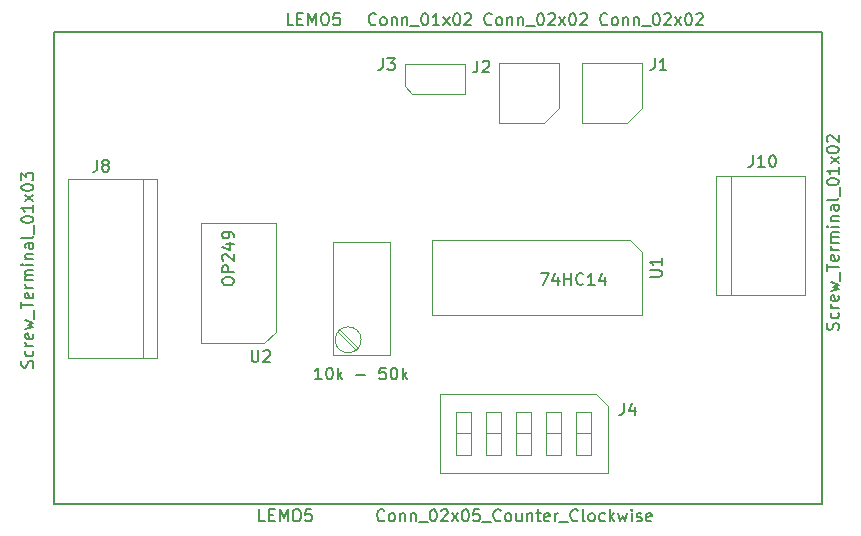
<source format=gbr>
G04 #@! TF.FileFunction,Other,Fab,Top*
%FSLAX46Y46*%
G04 Gerber Fmt 4.6, Leading zero omitted, Abs format (unit mm)*
G04 Created by KiCad (PCBNEW 4.0.7) date 03/28/18 11:52:59*
%MOMM*%
%LPD*%
G01*
G04 APERTURE LIST*
%ADD10C,0.100000*%
%ADD11C,0.200000*%
%ADD12C,0.150000*%
G04 APERTURE END LIST*
D10*
D11*
X137000000Y-87000000D02*
X137000000Y-47000000D01*
X202000000Y-87000000D02*
X137000000Y-87000000D01*
X202000000Y-47000000D02*
X202000000Y-87000000D01*
X137000000Y-47000000D02*
X202000000Y-47000000D01*
D10*
X163013000Y-73091000D02*
G75*
G03X163013000Y-73091000I-1095000J0D01*
G01*
X165478000Y-64831000D02*
X160648000Y-64831000D01*
X160648000Y-64831000D02*
X160648000Y-74361000D01*
X160648000Y-74361000D02*
X165478000Y-74361000D01*
X165478000Y-74361000D02*
X165478000Y-64831000D01*
X162614000Y-73922000D02*
X161087000Y-72395000D01*
X162748000Y-73788000D02*
X161221000Y-72261000D01*
X154829000Y-73406000D02*
X149479000Y-73406000D01*
X149479000Y-73406000D02*
X149479000Y-63246000D01*
X149479000Y-63246000D02*
X155829000Y-63246000D01*
X155829000Y-63246000D02*
X155829000Y-72406000D01*
X155829000Y-72406000D02*
X154829000Y-73406000D01*
X144536000Y-74606000D02*
X144536000Y-59506000D01*
X138236000Y-74606000D02*
X138236000Y-59506000D01*
X138236000Y-59506000D02*
X145736000Y-59506000D01*
X145736000Y-59506000D02*
X145736000Y-74606000D01*
X145736000Y-74606000D02*
X138236000Y-74606000D01*
X186817000Y-65643000D02*
X186817000Y-70993000D01*
X186817000Y-70993000D02*
X169037000Y-70993000D01*
X169037000Y-70993000D02*
X169037000Y-64643000D01*
X169037000Y-64643000D02*
X185817000Y-64643000D01*
X185817000Y-64643000D02*
X186817000Y-65643000D01*
X194300000Y-59312000D02*
X194300000Y-69212000D01*
X200600000Y-59262000D02*
X193100000Y-59262000D01*
X193100000Y-59262000D02*
X193100000Y-69262000D01*
X193100000Y-69262000D02*
X200600000Y-69262000D01*
X200600000Y-69262000D02*
X200600000Y-59262000D01*
X166730000Y-51635000D02*
X166730000Y-49730000D01*
X166730000Y-49730000D02*
X171810000Y-49730000D01*
X171810000Y-49730000D02*
X171810000Y-52270000D01*
X171810000Y-52270000D02*
X167365000Y-52270000D01*
X167365000Y-52270000D02*
X166730000Y-51635000D01*
X183914000Y-78686000D02*
X183914000Y-84366000D01*
X183914000Y-84366000D02*
X169654000Y-84366000D01*
X169654000Y-84366000D02*
X169654000Y-77686000D01*
X169654000Y-77686000D02*
X182914000Y-77686000D01*
X182914000Y-77686000D02*
X183914000Y-78686000D01*
X182499000Y-79216000D02*
X181229000Y-79216000D01*
X181229000Y-79216000D02*
X181229000Y-82836000D01*
X181229000Y-82836000D02*
X182499000Y-82836000D01*
X182499000Y-82836000D02*
X182499000Y-79216000D01*
X182499000Y-81026000D02*
X181229000Y-81026000D01*
X179959000Y-79216000D02*
X178689000Y-79216000D01*
X178689000Y-79216000D02*
X178689000Y-82836000D01*
X178689000Y-82836000D02*
X179959000Y-82836000D01*
X179959000Y-82836000D02*
X179959000Y-79216000D01*
X179959000Y-81026000D02*
X178689000Y-81026000D01*
X177419000Y-79216000D02*
X176149000Y-79216000D01*
X176149000Y-79216000D02*
X176149000Y-82836000D01*
X176149000Y-82836000D02*
X177419000Y-82836000D01*
X177419000Y-82836000D02*
X177419000Y-79216000D01*
X177419000Y-81026000D02*
X176149000Y-81026000D01*
X174879000Y-79216000D02*
X173609000Y-79216000D01*
X173609000Y-79216000D02*
X173609000Y-82836000D01*
X173609000Y-82836000D02*
X174879000Y-82836000D01*
X174879000Y-82836000D02*
X174879000Y-79216000D01*
X174879000Y-81026000D02*
X173609000Y-81026000D01*
X172339000Y-79216000D02*
X171069000Y-79216000D01*
X171069000Y-79216000D02*
X171069000Y-82836000D01*
X171069000Y-82836000D02*
X172339000Y-82836000D01*
X172339000Y-82836000D02*
X172339000Y-79216000D01*
X172339000Y-81026000D02*
X171069000Y-81026000D01*
X185500000Y-54770000D02*
X181690000Y-54770000D01*
X181690000Y-54770000D02*
X181690000Y-49690000D01*
X181690000Y-49690000D02*
X186770000Y-49690000D01*
X186770000Y-49690000D02*
X186770000Y-53500000D01*
X186770000Y-53500000D02*
X185500000Y-54770000D01*
X178500000Y-54770000D02*
X174690000Y-54770000D01*
X174690000Y-54770000D02*
X174690000Y-49690000D01*
X174690000Y-49690000D02*
X179770000Y-49690000D01*
X179770000Y-49690000D02*
X179770000Y-53500000D01*
X179770000Y-53500000D02*
X178500000Y-54770000D01*
D12*
X159666667Y-76452381D02*
X159095238Y-76452381D01*
X159380952Y-76452381D02*
X159380952Y-75452381D01*
X159285714Y-75595238D01*
X159190476Y-75690476D01*
X159095238Y-75738095D01*
X160285714Y-75452381D02*
X160380953Y-75452381D01*
X160476191Y-75500000D01*
X160523810Y-75547619D01*
X160571429Y-75642857D01*
X160619048Y-75833333D01*
X160619048Y-76071429D01*
X160571429Y-76261905D01*
X160523810Y-76357143D01*
X160476191Y-76404762D01*
X160380953Y-76452381D01*
X160285714Y-76452381D01*
X160190476Y-76404762D01*
X160142857Y-76357143D01*
X160095238Y-76261905D01*
X160047619Y-76071429D01*
X160047619Y-75833333D01*
X160095238Y-75642857D01*
X160142857Y-75547619D01*
X160190476Y-75500000D01*
X160285714Y-75452381D01*
X161047619Y-76452381D02*
X161047619Y-75452381D01*
X161142857Y-76071429D02*
X161428572Y-76452381D01*
X161428572Y-75785714D02*
X161047619Y-76166667D01*
X162619048Y-76071429D02*
X163380953Y-76071429D01*
X165095239Y-75452381D02*
X164619048Y-75452381D01*
X164571429Y-75928571D01*
X164619048Y-75880952D01*
X164714286Y-75833333D01*
X164952382Y-75833333D01*
X165047620Y-75880952D01*
X165095239Y-75928571D01*
X165142858Y-76023810D01*
X165142858Y-76261905D01*
X165095239Y-76357143D01*
X165047620Y-76404762D01*
X164952382Y-76452381D01*
X164714286Y-76452381D01*
X164619048Y-76404762D01*
X164571429Y-76357143D01*
X165761905Y-75452381D02*
X165857144Y-75452381D01*
X165952382Y-75500000D01*
X166000001Y-75547619D01*
X166047620Y-75642857D01*
X166095239Y-75833333D01*
X166095239Y-76071429D01*
X166047620Y-76261905D01*
X166000001Y-76357143D01*
X165952382Y-76404762D01*
X165857144Y-76452381D01*
X165761905Y-76452381D01*
X165666667Y-76404762D01*
X165619048Y-76357143D01*
X165571429Y-76261905D01*
X165523810Y-76071429D01*
X165523810Y-75833333D01*
X165571429Y-75642857D01*
X165619048Y-75547619D01*
X165666667Y-75500000D01*
X165761905Y-75452381D01*
X166523810Y-76452381D02*
X166523810Y-75452381D01*
X166619048Y-76071429D02*
X166904763Y-76452381D01*
X166904763Y-75785714D02*
X166523810Y-76166667D01*
X151252381Y-68223810D02*
X151252381Y-68033333D01*
X151300000Y-67938095D01*
X151395238Y-67842857D01*
X151585714Y-67795238D01*
X151919048Y-67795238D01*
X152109524Y-67842857D01*
X152204762Y-67938095D01*
X152252381Y-68033333D01*
X152252381Y-68223810D01*
X152204762Y-68319048D01*
X152109524Y-68414286D01*
X151919048Y-68461905D01*
X151585714Y-68461905D01*
X151395238Y-68414286D01*
X151300000Y-68319048D01*
X151252381Y-68223810D01*
X152252381Y-67366667D02*
X151252381Y-67366667D01*
X151252381Y-66985714D01*
X151300000Y-66890476D01*
X151347619Y-66842857D01*
X151442857Y-66795238D01*
X151585714Y-66795238D01*
X151680952Y-66842857D01*
X151728571Y-66890476D01*
X151776190Y-66985714D01*
X151776190Y-67366667D01*
X151347619Y-66414286D02*
X151300000Y-66366667D01*
X151252381Y-66271429D01*
X151252381Y-66033333D01*
X151300000Y-65938095D01*
X151347619Y-65890476D01*
X151442857Y-65842857D01*
X151538095Y-65842857D01*
X151680952Y-65890476D01*
X152252381Y-66461905D01*
X152252381Y-65842857D01*
X151585714Y-64985714D02*
X152252381Y-64985714D01*
X151204762Y-65223810D02*
X151919048Y-65461905D01*
X151919048Y-64842857D01*
X152252381Y-64414286D02*
X152252381Y-64223810D01*
X152204762Y-64128571D01*
X152157143Y-64080952D01*
X152014286Y-63985714D01*
X151823810Y-63938095D01*
X151442857Y-63938095D01*
X151347619Y-63985714D01*
X151300000Y-64033333D01*
X151252381Y-64128571D01*
X151252381Y-64319048D01*
X151300000Y-64414286D01*
X151347619Y-64461905D01*
X151442857Y-64509524D01*
X151680952Y-64509524D01*
X151776190Y-64461905D01*
X151823810Y-64414286D01*
X151871429Y-64319048D01*
X151871429Y-64128571D01*
X151823810Y-64033333D01*
X151776190Y-63985714D01*
X151680952Y-63938095D01*
X153738095Y-73952381D02*
X153738095Y-74761905D01*
X153785714Y-74857143D01*
X153833333Y-74904762D01*
X153928571Y-74952381D01*
X154119048Y-74952381D01*
X154214286Y-74904762D01*
X154261905Y-74857143D01*
X154309524Y-74761905D01*
X154309524Y-73952381D01*
X154738095Y-74047619D02*
X154785714Y-74000000D01*
X154880952Y-73952381D01*
X155119048Y-73952381D01*
X155214286Y-74000000D01*
X155261905Y-74047619D01*
X155309524Y-74142857D01*
X155309524Y-74238095D01*
X155261905Y-74380952D01*
X154690476Y-74952381D01*
X155309524Y-74952381D01*
X135204762Y-75438096D02*
X135252381Y-75295239D01*
X135252381Y-75057143D01*
X135204762Y-74961905D01*
X135157143Y-74914286D01*
X135061905Y-74866667D01*
X134966667Y-74866667D01*
X134871429Y-74914286D01*
X134823810Y-74961905D01*
X134776190Y-75057143D01*
X134728571Y-75247620D01*
X134680952Y-75342858D01*
X134633333Y-75390477D01*
X134538095Y-75438096D01*
X134442857Y-75438096D01*
X134347619Y-75390477D01*
X134300000Y-75342858D01*
X134252381Y-75247620D01*
X134252381Y-75009524D01*
X134300000Y-74866667D01*
X135204762Y-74009524D02*
X135252381Y-74104762D01*
X135252381Y-74295239D01*
X135204762Y-74390477D01*
X135157143Y-74438096D01*
X135061905Y-74485715D01*
X134776190Y-74485715D01*
X134680952Y-74438096D01*
X134633333Y-74390477D01*
X134585714Y-74295239D01*
X134585714Y-74104762D01*
X134633333Y-74009524D01*
X135252381Y-73580953D02*
X134585714Y-73580953D01*
X134776190Y-73580953D02*
X134680952Y-73533334D01*
X134633333Y-73485715D01*
X134585714Y-73390477D01*
X134585714Y-73295238D01*
X135204762Y-72580952D02*
X135252381Y-72676190D01*
X135252381Y-72866667D01*
X135204762Y-72961905D01*
X135109524Y-73009524D01*
X134728571Y-73009524D01*
X134633333Y-72961905D01*
X134585714Y-72866667D01*
X134585714Y-72676190D01*
X134633333Y-72580952D01*
X134728571Y-72533333D01*
X134823810Y-72533333D01*
X134919048Y-73009524D01*
X134585714Y-72200000D02*
X135252381Y-72009524D01*
X134776190Y-71819047D01*
X135252381Y-71628571D01*
X134585714Y-71438095D01*
X135347619Y-71295238D02*
X135347619Y-70533333D01*
X134252381Y-70438095D02*
X134252381Y-69866666D01*
X135252381Y-70152381D02*
X134252381Y-70152381D01*
X135204762Y-69152380D02*
X135252381Y-69247618D01*
X135252381Y-69438095D01*
X135204762Y-69533333D01*
X135109524Y-69580952D01*
X134728571Y-69580952D01*
X134633333Y-69533333D01*
X134585714Y-69438095D01*
X134585714Y-69247618D01*
X134633333Y-69152380D01*
X134728571Y-69104761D01*
X134823810Y-69104761D01*
X134919048Y-69580952D01*
X135252381Y-68676190D02*
X134585714Y-68676190D01*
X134776190Y-68676190D02*
X134680952Y-68628571D01*
X134633333Y-68580952D01*
X134585714Y-68485714D01*
X134585714Y-68390475D01*
X135252381Y-68057142D02*
X134585714Y-68057142D01*
X134680952Y-68057142D02*
X134633333Y-68009523D01*
X134585714Y-67914285D01*
X134585714Y-67771427D01*
X134633333Y-67676189D01*
X134728571Y-67628570D01*
X135252381Y-67628570D01*
X134728571Y-67628570D02*
X134633333Y-67580951D01*
X134585714Y-67485713D01*
X134585714Y-67342856D01*
X134633333Y-67247618D01*
X134728571Y-67199999D01*
X135252381Y-67199999D01*
X135252381Y-66723809D02*
X134585714Y-66723809D01*
X134252381Y-66723809D02*
X134300000Y-66771428D01*
X134347619Y-66723809D01*
X134300000Y-66676190D01*
X134252381Y-66723809D01*
X134347619Y-66723809D01*
X134585714Y-66247619D02*
X135252381Y-66247619D01*
X134680952Y-66247619D02*
X134633333Y-66200000D01*
X134585714Y-66104762D01*
X134585714Y-65961904D01*
X134633333Y-65866666D01*
X134728571Y-65819047D01*
X135252381Y-65819047D01*
X135252381Y-64914285D02*
X134728571Y-64914285D01*
X134633333Y-64961904D01*
X134585714Y-65057142D01*
X134585714Y-65247619D01*
X134633333Y-65342857D01*
X135204762Y-64914285D02*
X135252381Y-65009523D01*
X135252381Y-65247619D01*
X135204762Y-65342857D01*
X135109524Y-65390476D01*
X135014286Y-65390476D01*
X134919048Y-65342857D01*
X134871429Y-65247619D01*
X134871429Y-65009523D01*
X134823810Y-64914285D01*
X135252381Y-64295238D02*
X135204762Y-64390476D01*
X135109524Y-64438095D01*
X134252381Y-64438095D01*
X135347619Y-64152380D02*
X135347619Y-63390475D01*
X134252381Y-62961904D02*
X134252381Y-62866665D01*
X134300000Y-62771427D01*
X134347619Y-62723808D01*
X134442857Y-62676189D01*
X134633333Y-62628570D01*
X134871429Y-62628570D01*
X135061905Y-62676189D01*
X135157143Y-62723808D01*
X135204762Y-62771427D01*
X135252381Y-62866665D01*
X135252381Y-62961904D01*
X135204762Y-63057142D01*
X135157143Y-63104761D01*
X135061905Y-63152380D01*
X134871429Y-63199999D01*
X134633333Y-63199999D01*
X134442857Y-63152380D01*
X134347619Y-63104761D01*
X134300000Y-63057142D01*
X134252381Y-62961904D01*
X135252381Y-61676189D02*
X135252381Y-62247618D01*
X135252381Y-61961904D02*
X134252381Y-61961904D01*
X134395238Y-62057142D01*
X134490476Y-62152380D01*
X134538095Y-62247618D01*
X135252381Y-61342856D02*
X134585714Y-60819046D01*
X134585714Y-61342856D02*
X135252381Y-60819046D01*
X134252381Y-60247618D02*
X134252381Y-60152379D01*
X134300000Y-60057141D01*
X134347619Y-60009522D01*
X134442857Y-59961903D01*
X134633333Y-59914284D01*
X134871429Y-59914284D01*
X135061905Y-59961903D01*
X135157143Y-60009522D01*
X135204762Y-60057141D01*
X135252381Y-60152379D01*
X135252381Y-60247618D01*
X135204762Y-60342856D01*
X135157143Y-60390475D01*
X135061905Y-60438094D01*
X134871429Y-60485713D01*
X134633333Y-60485713D01*
X134442857Y-60438094D01*
X134347619Y-60390475D01*
X134300000Y-60342856D01*
X134252381Y-60247618D01*
X134252381Y-59580951D02*
X134252381Y-58961903D01*
X134633333Y-59295237D01*
X134633333Y-59152379D01*
X134680952Y-59057141D01*
X134728571Y-59009522D01*
X134823810Y-58961903D01*
X135061905Y-58961903D01*
X135157143Y-59009522D01*
X135204762Y-59057141D01*
X135252381Y-59152379D01*
X135252381Y-59438094D01*
X135204762Y-59533332D01*
X135157143Y-59580951D01*
X140666667Y-57852381D02*
X140666667Y-58566667D01*
X140619047Y-58709524D01*
X140523809Y-58804762D01*
X140380952Y-58852381D01*
X140285714Y-58852381D01*
X141285714Y-58280952D02*
X141190476Y-58233333D01*
X141142857Y-58185714D01*
X141095238Y-58090476D01*
X141095238Y-58042857D01*
X141142857Y-57947619D01*
X141190476Y-57900000D01*
X141285714Y-57852381D01*
X141476191Y-57852381D01*
X141571429Y-57900000D01*
X141619048Y-57947619D01*
X141666667Y-58042857D01*
X141666667Y-58090476D01*
X141619048Y-58185714D01*
X141571429Y-58233333D01*
X141476191Y-58280952D01*
X141285714Y-58280952D01*
X141190476Y-58328571D01*
X141142857Y-58376190D01*
X141095238Y-58471429D01*
X141095238Y-58661905D01*
X141142857Y-58757143D01*
X141190476Y-58804762D01*
X141285714Y-58852381D01*
X141476191Y-58852381D01*
X141571429Y-58804762D01*
X141619048Y-58757143D01*
X141666667Y-58661905D01*
X141666667Y-58471429D01*
X141619048Y-58376190D01*
X141571429Y-58328571D01*
X141476191Y-58280952D01*
X178214286Y-67452381D02*
X178880953Y-67452381D01*
X178452381Y-68452381D01*
X179690477Y-67785714D02*
X179690477Y-68452381D01*
X179452381Y-67404762D02*
X179214286Y-68119048D01*
X179833334Y-68119048D01*
X180214286Y-68452381D02*
X180214286Y-67452381D01*
X180214286Y-67928571D02*
X180785715Y-67928571D01*
X180785715Y-68452381D02*
X180785715Y-67452381D01*
X181833334Y-68357143D02*
X181785715Y-68404762D01*
X181642858Y-68452381D01*
X181547620Y-68452381D01*
X181404762Y-68404762D01*
X181309524Y-68309524D01*
X181261905Y-68214286D01*
X181214286Y-68023810D01*
X181214286Y-67880952D01*
X181261905Y-67690476D01*
X181309524Y-67595238D01*
X181404762Y-67500000D01*
X181547620Y-67452381D01*
X181642858Y-67452381D01*
X181785715Y-67500000D01*
X181833334Y-67547619D01*
X182785715Y-68452381D02*
X182214286Y-68452381D01*
X182500000Y-68452381D02*
X182500000Y-67452381D01*
X182404762Y-67595238D01*
X182309524Y-67690476D01*
X182214286Y-67738095D01*
X183642858Y-67785714D02*
X183642858Y-68452381D01*
X183404762Y-67404762D02*
X183166667Y-68119048D01*
X183785715Y-68119048D01*
X187452381Y-67761905D02*
X188261905Y-67761905D01*
X188357143Y-67714286D01*
X188404762Y-67666667D01*
X188452381Y-67571429D01*
X188452381Y-67380952D01*
X188404762Y-67285714D01*
X188357143Y-67238095D01*
X188261905Y-67190476D01*
X187452381Y-67190476D01*
X188452381Y-66190476D02*
X188452381Y-66761905D01*
X188452381Y-66476191D02*
X187452381Y-66476191D01*
X187595238Y-66571429D01*
X187690476Y-66666667D01*
X187738095Y-66761905D01*
X203404762Y-72238096D02*
X203452381Y-72095239D01*
X203452381Y-71857143D01*
X203404762Y-71761905D01*
X203357143Y-71714286D01*
X203261905Y-71666667D01*
X203166667Y-71666667D01*
X203071429Y-71714286D01*
X203023810Y-71761905D01*
X202976190Y-71857143D01*
X202928571Y-72047620D01*
X202880952Y-72142858D01*
X202833333Y-72190477D01*
X202738095Y-72238096D01*
X202642857Y-72238096D01*
X202547619Y-72190477D01*
X202500000Y-72142858D01*
X202452381Y-72047620D01*
X202452381Y-71809524D01*
X202500000Y-71666667D01*
X203404762Y-70809524D02*
X203452381Y-70904762D01*
X203452381Y-71095239D01*
X203404762Y-71190477D01*
X203357143Y-71238096D01*
X203261905Y-71285715D01*
X202976190Y-71285715D01*
X202880952Y-71238096D01*
X202833333Y-71190477D01*
X202785714Y-71095239D01*
X202785714Y-70904762D01*
X202833333Y-70809524D01*
X203452381Y-70380953D02*
X202785714Y-70380953D01*
X202976190Y-70380953D02*
X202880952Y-70333334D01*
X202833333Y-70285715D01*
X202785714Y-70190477D01*
X202785714Y-70095238D01*
X203404762Y-69380952D02*
X203452381Y-69476190D01*
X203452381Y-69666667D01*
X203404762Y-69761905D01*
X203309524Y-69809524D01*
X202928571Y-69809524D01*
X202833333Y-69761905D01*
X202785714Y-69666667D01*
X202785714Y-69476190D01*
X202833333Y-69380952D01*
X202928571Y-69333333D01*
X203023810Y-69333333D01*
X203119048Y-69809524D01*
X202785714Y-69000000D02*
X203452381Y-68809524D01*
X202976190Y-68619047D01*
X203452381Y-68428571D01*
X202785714Y-68238095D01*
X203547619Y-68095238D02*
X203547619Y-67333333D01*
X202452381Y-67238095D02*
X202452381Y-66666666D01*
X203452381Y-66952381D02*
X202452381Y-66952381D01*
X203404762Y-65952380D02*
X203452381Y-66047618D01*
X203452381Y-66238095D01*
X203404762Y-66333333D01*
X203309524Y-66380952D01*
X202928571Y-66380952D01*
X202833333Y-66333333D01*
X202785714Y-66238095D01*
X202785714Y-66047618D01*
X202833333Y-65952380D01*
X202928571Y-65904761D01*
X203023810Y-65904761D01*
X203119048Y-66380952D01*
X203452381Y-65476190D02*
X202785714Y-65476190D01*
X202976190Y-65476190D02*
X202880952Y-65428571D01*
X202833333Y-65380952D01*
X202785714Y-65285714D01*
X202785714Y-65190475D01*
X203452381Y-64857142D02*
X202785714Y-64857142D01*
X202880952Y-64857142D02*
X202833333Y-64809523D01*
X202785714Y-64714285D01*
X202785714Y-64571427D01*
X202833333Y-64476189D01*
X202928571Y-64428570D01*
X203452381Y-64428570D01*
X202928571Y-64428570D02*
X202833333Y-64380951D01*
X202785714Y-64285713D01*
X202785714Y-64142856D01*
X202833333Y-64047618D01*
X202928571Y-63999999D01*
X203452381Y-63999999D01*
X203452381Y-63523809D02*
X202785714Y-63523809D01*
X202452381Y-63523809D02*
X202500000Y-63571428D01*
X202547619Y-63523809D01*
X202500000Y-63476190D01*
X202452381Y-63523809D01*
X202547619Y-63523809D01*
X202785714Y-63047619D02*
X203452381Y-63047619D01*
X202880952Y-63047619D02*
X202833333Y-63000000D01*
X202785714Y-62904762D01*
X202785714Y-62761904D01*
X202833333Y-62666666D01*
X202928571Y-62619047D01*
X203452381Y-62619047D01*
X203452381Y-61714285D02*
X202928571Y-61714285D01*
X202833333Y-61761904D01*
X202785714Y-61857142D01*
X202785714Y-62047619D01*
X202833333Y-62142857D01*
X203404762Y-61714285D02*
X203452381Y-61809523D01*
X203452381Y-62047619D01*
X203404762Y-62142857D01*
X203309524Y-62190476D01*
X203214286Y-62190476D01*
X203119048Y-62142857D01*
X203071429Y-62047619D01*
X203071429Y-61809523D01*
X203023810Y-61714285D01*
X203452381Y-61095238D02*
X203404762Y-61190476D01*
X203309524Y-61238095D01*
X202452381Y-61238095D01*
X203547619Y-60952380D02*
X203547619Y-60190475D01*
X202452381Y-59761904D02*
X202452381Y-59666665D01*
X202500000Y-59571427D01*
X202547619Y-59523808D01*
X202642857Y-59476189D01*
X202833333Y-59428570D01*
X203071429Y-59428570D01*
X203261905Y-59476189D01*
X203357143Y-59523808D01*
X203404762Y-59571427D01*
X203452381Y-59666665D01*
X203452381Y-59761904D01*
X203404762Y-59857142D01*
X203357143Y-59904761D01*
X203261905Y-59952380D01*
X203071429Y-59999999D01*
X202833333Y-59999999D01*
X202642857Y-59952380D01*
X202547619Y-59904761D01*
X202500000Y-59857142D01*
X202452381Y-59761904D01*
X203452381Y-58476189D02*
X203452381Y-59047618D01*
X203452381Y-58761904D02*
X202452381Y-58761904D01*
X202595238Y-58857142D01*
X202690476Y-58952380D01*
X202738095Y-59047618D01*
X203452381Y-58142856D02*
X202785714Y-57619046D01*
X202785714Y-58142856D02*
X203452381Y-57619046D01*
X202452381Y-57047618D02*
X202452381Y-56952379D01*
X202500000Y-56857141D01*
X202547619Y-56809522D01*
X202642857Y-56761903D01*
X202833333Y-56714284D01*
X203071429Y-56714284D01*
X203261905Y-56761903D01*
X203357143Y-56809522D01*
X203404762Y-56857141D01*
X203452381Y-56952379D01*
X203452381Y-57047618D01*
X203404762Y-57142856D01*
X203357143Y-57190475D01*
X203261905Y-57238094D01*
X203071429Y-57285713D01*
X202833333Y-57285713D01*
X202642857Y-57238094D01*
X202547619Y-57190475D01*
X202500000Y-57142856D01*
X202452381Y-57047618D01*
X202547619Y-56333332D02*
X202500000Y-56285713D01*
X202452381Y-56190475D01*
X202452381Y-55952379D01*
X202500000Y-55857141D01*
X202547619Y-55809522D01*
X202642857Y-55761903D01*
X202738095Y-55761903D01*
X202880952Y-55809522D01*
X203452381Y-56380951D01*
X203452381Y-55761903D01*
X196190477Y-57452381D02*
X196190477Y-58166667D01*
X196142857Y-58309524D01*
X196047619Y-58404762D01*
X195904762Y-58452381D01*
X195809524Y-58452381D01*
X197190477Y-58452381D02*
X196619048Y-58452381D01*
X196904762Y-58452381D02*
X196904762Y-57452381D01*
X196809524Y-57595238D01*
X196714286Y-57690476D01*
X196619048Y-57738095D01*
X197809524Y-57452381D02*
X197904763Y-57452381D01*
X198000001Y-57500000D01*
X198047620Y-57547619D01*
X198095239Y-57642857D01*
X198142858Y-57833333D01*
X198142858Y-58071429D01*
X198095239Y-58261905D01*
X198047620Y-58357143D01*
X198000001Y-58404762D01*
X197904763Y-58452381D01*
X197809524Y-58452381D01*
X197714286Y-58404762D01*
X197666667Y-58357143D01*
X197619048Y-58261905D01*
X197571429Y-58071429D01*
X197571429Y-57833333D01*
X197619048Y-57642857D01*
X197666667Y-57547619D01*
X197714286Y-57500000D01*
X197809524Y-57452381D01*
X157285715Y-46452381D02*
X156809524Y-46452381D01*
X156809524Y-45452381D01*
X157619048Y-45928571D02*
X157952382Y-45928571D01*
X158095239Y-46452381D02*
X157619048Y-46452381D01*
X157619048Y-45452381D01*
X158095239Y-45452381D01*
X158523810Y-46452381D02*
X158523810Y-45452381D01*
X158857144Y-46166667D01*
X159190477Y-45452381D01*
X159190477Y-46452381D01*
X159857143Y-45452381D02*
X160047620Y-45452381D01*
X160142858Y-45500000D01*
X160238096Y-45595238D01*
X160285715Y-45785714D01*
X160285715Y-46119048D01*
X160238096Y-46309524D01*
X160142858Y-46404762D01*
X160047620Y-46452381D01*
X159857143Y-46452381D01*
X159761905Y-46404762D01*
X159666667Y-46309524D01*
X159619048Y-46119048D01*
X159619048Y-45785714D01*
X159666667Y-45595238D01*
X159761905Y-45500000D01*
X159857143Y-45452381D01*
X161190477Y-45452381D02*
X160714286Y-45452381D01*
X160666667Y-45928571D01*
X160714286Y-45880952D01*
X160809524Y-45833333D01*
X161047620Y-45833333D01*
X161142858Y-45880952D01*
X161190477Y-45928571D01*
X161238096Y-46023810D01*
X161238096Y-46261905D01*
X161190477Y-46357143D01*
X161142858Y-46404762D01*
X161047620Y-46452381D01*
X160809524Y-46452381D01*
X160714286Y-46404762D01*
X160666667Y-46357143D01*
X154885715Y-88452381D02*
X154409524Y-88452381D01*
X154409524Y-87452381D01*
X155219048Y-87928571D02*
X155552382Y-87928571D01*
X155695239Y-88452381D02*
X155219048Y-88452381D01*
X155219048Y-87452381D01*
X155695239Y-87452381D01*
X156123810Y-88452381D02*
X156123810Y-87452381D01*
X156457144Y-88166667D01*
X156790477Y-87452381D01*
X156790477Y-88452381D01*
X157457143Y-87452381D02*
X157647620Y-87452381D01*
X157742858Y-87500000D01*
X157838096Y-87595238D01*
X157885715Y-87785714D01*
X157885715Y-88119048D01*
X157838096Y-88309524D01*
X157742858Y-88404762D01*
X157647620Y-88452381D01*
X157457143Y-88452381D01*
X157361905Y-88404762D01*
X157266667Y-88309524D01*
X157219048Y-88119048D01*
X157219048Y-87785714D01*
X157266667Y-87595238D01*
X157361905Y-87500000D01*
X157457143Y-87452381D01*
X158790477Y-87452381D02*
X158314286Y-87452381D01*
X158266667Y-87928571D01*
X158314286Y-87880952D01*
X158409524Y-87833333D01*
X158647620Y-87833333D01*
X158742858Y-87880952D01*
X158790477Y-87928571D01*
X158838096Y-88023810D01*
X158838096Y-88261905D01*
X158790477Y-88357143D01*
X158742858Y-88404762D01*
X158647620Y-88452381D01*
X158409524Y-88452381D01*
X158314286Y-88404762D01*
X158266667Y-88357143D01*
X164261905Y-46357143D02*
X164214286Y-46404762D01*
X164071429Y-46452381D01*
X163976191Y-46452381D01*
X163833333Y-46404762D01*
X163738095Y-46309524D01*
X163690476Y-46214286D01*
X163642857Y-46023810D01*
X163642857Y-45880952D01*
X163690476Y-45690476D01*
X163738095Y-45595238D01*
X163833333Y-45500000D01*
X163976191Y-45452381D01*
X164071429Y-45452381D01*
X164214286Y-45500000D01*
X164261905Y-45547619D01*
X164833333Y-46452381D02*
X164738095Y-46404762D01*
X164690476Y-46357143D01*
X164642857Y-46261905D01*
X164642857Y-45976190D01*
X164690476Y-45880952D01*
X164738095Y-45833333D01*
X164833333Y-45785714D01*
X164976191Y-45785714D01*
X165071429Y-45833333D01*
X165119048Y-45880952D01*
X165166667Y-45976190D01*
X165166667Y-46261905D01*
X165119048Y-46357143D01*
X165071429Y-46404762D01*
X164976191Y-46452381D01*
X164833333Y-46452381D01*
X165595238Y-45785714D02*
X165595238Y-46452381D01*
X165595238Y-45880952D02*
X165642857Y-45833333D01*
X165738095Y-45785714D01*
X165880953Y-45785714D01*
X165976191Y-45833333D01*
X166023810Y-45928571D01*
X166023810Y-46452381D01*
X166500000Y-45785714D02*
X166500000Y-46452381D01*
X166500000Y-45880952D02*
X166547619Y-45833333D01*
X166642857Y-45785714D01*
X166785715Y-45785714D01*
X166880953Y-45833333D01*
X166928572Y-45928571D01*
X166928572Y-46452381D01*
X167166667Y-46547619D02*
X167928572Y-46547619D01*
X168357143Y-45452381D02*
X168452382Y-45452381D01*
X168547620Y-45500000D01*
X168595239Y-45547619D01*
X168642858Y-45642857D01*
X168690477Y-45833333D01*
X168690477Y-46071429D01*
X168642858Y-46261905D01*
X168595239Y-46357143D01*
X168547620Y-46404762D01*
X168452382Y-46452381D01*
X168357143Y-46452381D01*
X168261905Y-46404762D01*
X168214286Y-46357143D01*
X168166667Y-46261905D01*
X168119048Y-46071429D01*
X168119048Y-45833333D01*
X168166667Y-45642857D01*
X168214286Y-45547619D01*
X168261905Y-45500000D01*
X168357143Y-45452381D01*
X169642858Y-46452381D02*
X169071429Y-46452381D01*
X169357143Y-46452381D02*
X169357143Y-45452381D01*
X169261905Y-45595238D01*
X169166667Y-45690476D01*
X169071429Y-45738095D01*
X169976191Y-46452381D02*
X170500001Y-45785714D01*
X169976191Y-45785714D02*
X170500001Y-46452381D01*
X171071429Y-45452381D02*
X171166668Y-45452381D01*
X171261906Y-45500000D01*
X171309525Y-45547619D01*
X171357144Y-45642857D01*
X171404763Y-45833333D01*
X171404763Y-46071429D01*
X171357144Y-46261905D01*
X171309525Y-46357143D01*
X171261906Y-46404762D01*
X171166668Y-46452381D01*
X171071429Y-46452381D01*
X170976191Y-46404762D01*
X170928572Y-46357143D01*
X170880953Y-46261905D01*
X170833334Y-46071429D01*
X170833334Y-45833333D01*
X170880953Y-45642857D01*
X170928572Y-45547619D01*
X170976191Y-45500000D01*
X171071429Y-45452381D01*
X171785715Y-45547619D02*
X171833334Y-45500000D01*
X171928572Y-45452381D01*
X172166668Y-45452381D01*
X172261906Y-45500000D01*
X172309525Y-45547619D01*
X172357144Y-45642857D01*
X172357144Y-45738095D01*
X172309525Y-45880952D01*
X171738096Y-46452381D01*
X172357144Y-46452381D01*
X164866667Y-49252381D02*
X164866667Y-49966667D01*
X164819047Y-50109524D01*
X164723809Y-50204762D01*
X164580952Y-50252381D01*
X164485714Y-50252381D01*
X165247619Y-49252381D02*
X165866667Y-49252381D01*
X165533333Y-49633333D01*
X165676191Y-49633333D01*
X165771429Y-49680952D01*
X165819048Y-49728571D01*
X165866667Y-49823810D01*
X165866667Y-50061905D01*
X165819048Y-50157143D01*
X165771429Y-50204762D01*
X165676191Y-50252381D01*
X165390476Y-50252381D01*
X165295238Y-50204762D01*
X165247619Y-50157143D01*
X164976189Y-88357143D02*
X164928570Y-88404762D01*
X164785713Y-88452381D01*
X164690475Y-88452381D01*
X164547617Y-88404762D01*
X164452379Y-88309524D01*
X164404760Y-88214286D01*
X164357141Y-88023810D01*
X164357141Y-87880952D01*
X164404760Y-87690476D01*
X164452379Y-87595238D01*
X164547617Y-87500000D01*
X164690475Y-87452381D01*
X164785713Y-87452381D01*
X164928570Y-87500000D01*
X164976189Y-87547619D01*
X165547617Y-88452381D02*
X165452379Y-88404762D01*
X165404760Y-88357143D01*
X165357141Y-88261905D01*
X165357141Y-87976190D01*
X165404760Y-87880952D01*
X165452379Y-87833333D01*
X165547617Y-87785714D01*
X165690475Y-87785714D01*
X165785713Y-87833333D01*
X165833332Y-87880952D01*
X165880951Y-87976190D01*
X165880951Y-88261905D01*
X165833332Y-88357143D01*
X165785713Y-88404762D01*
X165690475Y-88452381D01*
X165547617Y-88452381D01*
X166309522Y-87785714D02*
X166309522Y-88452381D01*
X166309522Y-87880952D02*
X166357141Y-87833333D01*
X166452379Y-87785714D01*
X166595237Y-87785714D01*
X166690475Y-87833333D01*
X166738094Y-87928571D01*
X166738094Y-88452381D01*
X167214284Y-87785714D02*
X167214284Y-88452381D01*
X167214284Y-87880952D02*
X167261903Y-87833333D01*
X167357141Y-87785714D01*
X167499999Y-87785714D01*
X167595237Y-87833333D01*
X167642856Y-87928571D01*
X167642856Y-88452381D01*
X167880951Y-88547619D02*
X168642856Y-88547619D01*
X169071427Y-87452381D02*
X169166666Y-87452381D01*
X169261904Y-87500000D01*
X169309523Y-87547619D01*
X169357142Y-87642857D01*
X169404761Y-87833333D01*
X169404761Y-88071429D01*
X169357142Y-88261905D01*
X169309523Y-88357143D01*
X169261904Y-88404762D01*
X169166666Y-88452381D01*
X169071427Y-88452381D01*
X168976189Y-88404762D01*
X168928570Y-88357143D01*
X168880951Y-88261905D01*
X168833332Y-88071429D01*
X168833332Y-87833333D01*
X168880951Y-87642857D01*
X168928570Y-87547619D01*
X168976189Y-87500000D01*
X169071427Y-87452381D01*
X169785713Y-87547619D02*
X169833332Y-87500000D01*
X169928570Y-87452381D01*
X170166666Y-87452381D01*
X170261904Y-87500000D01*
X170309523Y-87547619D01*
X170357142Y-87642857D01*
X170357142Y-87738095D01*
X170309523Y-87880952D01*
X169738094Y-88452381D01*
X170357142Y-88452381D01*
X170690475Y-88452381D02*
X171214285Y-87785714D01*
X170690475Y-87785714D02*
X171214285Y-88452381D01*
X171785713Y-87452381D02*
X171880952Y-87452381D01*
X171976190Y-87500000D01*
X172023809Y-87547619D01*
X172071428Y-87642857D01*
X172119047Y-87833333D01*
X172119047Y-88071429D01*
X172071428Y-88261905D01*
X172023809Y-88357143D01*
X171976190Y-88404762D01*
X171880952Y-88452381D01*
X171785713Y-88452381D01*
X171690475Y-88404762D01*
X171642856Y-88357143D01*
X171595237Y-88261905D01*
X171547618Y-88071429D01*
X171547618Y-87833333D01*
X171595237Y-87642857D01*
X171642856Y-87547619D01*
X171690475Y-87500000D01*
X171785713Y-87452381D01*
X173023809Y-87452381D02*
X172547618Y-87452381D01*
X172499999Y-87928571D01*
X172547618Y-87880952D01*
X172642856Y-87833333D01*
X172880952Y-87833333D01*
X172976190Y-87880952D01*
X173023809Y-87928571D01*
X173071428Y-88023810D01*
X173071428Y-88261905D01*
X173023809Y-88357143D01*
X172976190Y-88404762D01*
X172880952Y-88452381D01*
X172642856Y-88452381D01*
X172547618Y-88404762D01*
X172499999Y-88357143D01*
X173261904Y-88547619D02*
X174023809Y-88547619D01*
X174833333Y-88357143D02*
X174785714Y-88404762D01*
X174642857Y-88452381D01*
X174547619Y-88452381D01*
X174404761Y-88404762D01*
X174309523Y-88309524D01*
X174261904Y-88214286D01*
X174214285Y-88023810D01*
X174214285Y-87880952D01*
X174261904Y-87690476D01*
X174309523Y-87595238D01*
X174404761Y-87500000D01*
X174547619Y-87452381D01*
X174642857Y-87452381D01*
X174785714Y-87500000D01*
X174833333Y-87547619D01*
X175404761Y-88452381D02*
X175309523Y-88404762D01*
X175261904Y-88357143D01*
X175214285Y-88261905D01*
X175214285Y-87976190D01*
X175261904Y-87880952D01*
X175309523Y-87833333D01*
X175404761Y-87785714D01*
X175547619Y-87785714D01*
X175642857Y-87833333D01*
X175690476Y-87880952D01*
X175738095Y-87976190D01*
X175738095Y-88261905D01*
X175690476Y-88357143D01*
X175642857Y-88404762D01*
X175547619Y-88452381D01*
X175404761Y-88452381D01*
X176595238Y-87785714D02*
X176595238Y-88452381D01*
X176166666Y-87785714D02*
X176166666Y-88309524D01*
X176214285Y-88404762D01*
X176309523Y-88452381D01*
X176452381Y-88452381D01*
X176547619Y-88404762D01*
X176595238Y-88357143D01*
X177071428Y-87785714D02*
X177071428Y-88452381D01*
X177071428Y-87880952D02*
X177119047Y-87833333D01*
X177214285Y-87785714D01*
X177357143Y-87785714D01*
X177452381Y-87833333D01*
X177500000Y-87928571D01*
X177500000Y-88452381D01*
X177833333Y-87785714D02*
X178214285Y-87785714D01*
X177976190Y-87452381D02*
X177976190Y-88309524D01*
X178023809Y-88404762D01*
X178119047Y-88452381D01*
X178214285Y-88452381D01*
X178928572Y-88404762D02*
X178833334Y-88452381D01*
X178642857Y-88452381D01*
X178547619Y-88404762D01*
X178500000Y-88309524D01*
X178500000Y-87928571D01*
X178547619Y-87833333D01*
X178642857Y-87785714D01*
X178833334Y-87785714D01*
X178928572Y-87833333D01*
X178976191Y-87928571D01*
X178976191Y-88023810D01*
X178500000Y-88119048D01*
X179404762Y-88452381D02*
X179404762Y-87785714D01*
X179404762Y-87976190D02*
X179452381Y-87880952D01*
X179500000Y-87833333D01*
X179595238Y-87785714D01*
X179690477Y-87785714D01*
X179785715Y-88547619D02*
X180547620Y-88547619D01*
X181357144Y-88357143D02*
X181309525Y-88404762D01*
X181166668Y-88452381D01*
X181071430Y-88452381D01*
X180928572Y-88404762D01*
X180833334Y-88309524D01*
X180785715Y-88214286D01*
X180738096Y-88023810D01*
X180738096Y-87880952D01*
X180785715Y-87690476D01*
X180833334Y-87595238D01*
X180928572Y-87500000D01*
X181071430Y-87452381D01*
X181166668Y-87452381D01*
X181309525Y-87500000D01*
X181357144Y-87547619D01*
X181928572Y-88452381D02*
X181833334Y-88404762D01*
X181785715Y-88309524D01*
X181785715Y-87452381D01*
X182452382Y-88452381D02*
X182357144Y-88404762D01*
X182309525Y-88357143D01*
X182261906Y-88261905D01*
X182261906Y-87976190D01*
X182309525Y-87880952D01*
X182357144Y-87833333D01*
X182452382Y-87785714D01*
X182595240Y-87785714D01*
X182690478Y-87833333D01*
X182738097Y-87880952D01*
X182785716Y-87976190D01*
X182785716Y-88261905D01*
X182738097Y-88357143D01*
X182690478Y-88404762D01*
X182595240Y-88452381D01*
X182452382Y-88452381D01*
X183642859Y-88404762D02*
X183547621Y-88452381D01*
X183357144Y-88452381D01*
X183261906Y-88404762D01*
X183214287Y-88357143D01*
X183166668Y-88261905D01*
X183166668Y-87976190D01*
X183214287Y-87880952D01*
X183261906Y-87833333D01*
X183357144Y-87785714D01*
X183547621Y-87785714D01*
X183642859Y-87833333D01*
X184071430Y-88452381D02*
X184071430Y-87452381D01*
X184166668Y-88071429D02*
X184452383Y-88452381D01*
X184452383Y-87785714D02*
X184071430Y-88166667D01*
X184785716Y-87785714D02*
X184976192Y-88452381D01*
X185166669Y-87976190D01*
X185357145Y-88452381D01*
X185547621Y-87785714D01*
X185928573Y-88452381D02*
X185928573Y-87785714D01*
X185928573Y-87452381D02*
X185880954Y-87500000D01*
X185928573Y-87547619D01*
X185976192Y-87500000D01*
X185928573Y-87452381D01*
X185928573Y-87547619D01*
X186357144Y-88404762D02*
X186452382Y-88452381D01*
X186642858Y-88452381D01*
X186738097Y-88404762D01*
X186785716Y-88309524D01*
X186785716Y-88261905D01*
X186738097Y-88166667D01*
X186642858Y-88119048D01*
X186500001Y-88119048D01*
X186404763Y-88071429D01*
X186357144Y-87976190D01*
X186357144Y-87928571D01*
X186404763Y-87833333D01*
X186500001Y-87785714D01*
X186642858Y-87785714D01*
X186738097Y-87833333D01*
X187595240Y-88404762D02*
X187500002Y-88452381D01*
X187309525Y-88452381D01*
X187214287Y-88404762D01*
X187166668Y-88309524D01*
X187166668Y-87928571D01*
X187214287Y-87833333D01*
X187309525Y-87785714D01*
X187500002Y-87785714D01*
X187595240Y-87833333D01*
X187642859Y-87928571D01*
X187642859Y-88023810D01*
X187166668Y-88119048D01*
X185266667Y-78452381D02*
X185266667Y-79166667D01*
X185219047Y-79309524D01*
X185123809Y-79404762D01*
X184980952Y-79452381D01*
X184885714Y-79452381D01*
X186171429Y-78785714D02*
X186171429Y-79452381D01*
X185933333Y-78404762D02*
X185695238Y-79119048D01*
X186314286Y-79119048D01*
X183861905Y-46357143D02*
X183814286Y-46404762D01*
X183671429Y-46452381D01*
X183576191Y-46452381D01*
X183433333Y-46404762D01*
X183338095Y-46309524D01*
X183290476Y-46214286D01*
X183242857Y-46023810D01*
X183242857Y-45880952D01*
X183290476Y-45690476D01*
X183338095Y-45595238D01*
X183433333Y-45500000D01*
X183576191Y-45452381D01*
X183671429Y-45452381D01*
X183814286Y-45500000D01*
X183861905Y-45547619D01*
X184433333Y-46452381D02*
X184338095Y-46404762D01*
X184290476Y-46357143D01*
X184242857Y-46261905D01*
X184242857Y-45976190D01*
X184290476Y-45880952D01*
X184338095Y-45833333D01*
X184433333Y-45785714D01*
X184576191Y-45785714D01*
X184671429Y-45833333D01*
X184719048Y-45880952D01*
X184766667Y-45976190D01*
X184766667Y-46261905D01*
X184719048Y-46357143D01*
X184671429Y-46404762D01*
X184576191Y-46452381D01*
X184433333Y-46452381D01*
X185195238Y-45785714D02*
X185195238Y-46452381D01*
X185195238Y-45880952D02*
X185242857Y-45833333D01*
X185338095Y-45785714D01*
X185480953Y-45785714D01*
X185576191Y-45833333D01*
X185623810Y-45928571D01*
X185623810Y-46452381D01*
X186100000Y-45785714D02*
X186100000Y-46452381D01*
X186100000Y-45880952D02*
X186147619Y-45833333D01*
X186242857Y-45785714D01*
X186385715Y-45785714D01*
X186480953Y-45833333D01*
X186528572Y-45928571D01*
X186528572Y-46452381D01*
X186766667Y-46547619D02*
X187528572Y-46547619D01*
X187957143Y-45452381D02*
X188052382Y-45452381D01*
X188147620Y-45500000D01*
X188195239Y-45547619D01*
X188242858Y-45642857D01*
X188290477Y-45833333D01*
X188290477Y-46071429D01*
X188242858Y-46261905D01*
X188195239Y-46357143D01*
X188147620Y-46404762D01*
X188052382Y-46452381D01*
X187957143Y-46452381D01*
X187861905Y-46404762D01*
X187814286Y-46357143D01*
X187766667Y-46261905D01*
X187719048Y-46071429D01*
X187719048Y-45833333D01*
X187766667Y-45642857D01*
X187814286Y-45547619D01*
X187861905Y-45500000D01*
X187957143Y-45452381D01*
X188671429Y-45547619D02*
X188719048Y-45500000D01*
X188814286Y-45452381D01*
X189052382Y-45452381D01*
X189147620Y-45500000D01*
X189195239Y-45547619D01*
X189242858Y-45642857D01*
X189242858Y-45738095D01*
X189195239Y-45880952D01*
X188623810Y-46452381D01*
X189242858Y-46452381D01*
X189576191Y-46452381D02*
X190100001Y-45785714D01*
X189576191Y-45785714D02*
X190100001Y-46452381D01*
X190671429Y-45452381D02*
X190766668Y-45452381D01*
X190861906Y-45500000D01*
X190909525Y-45547619D01*
X190957144Y-45642857D01*
X191004763Y-45833333D01*
X191004763Y-46071429D01*
X190957144Y-46261905D01*
X190909525Y-46357143D01*
X190861906Y-46404762D01*
X190766668Y-46452381D01*
X190671429Y-46452381D01*
X190576191Y-46404762D01*
X190528572Y-46357143D01*
X190480953Y-46261905D01*
X190433334Y-46071429D01*
X190433334Y-45833333D01*
X190480953Y-45642857D01*
X190528572Y-45547619D01*
X190576191Y-45500000D01*
X190671429Y-45452381D01*
X191385715Y-45547619D02*
X191433334Y-45500000D01*
X191528572Y-45452381D01*
X191766668Y-45452381D01*
X191861906Y-45500000D01*
X191909525Y-45547619D01*
X191957144Y-45642857D01*
X191957144Y-45738095D01*
X191909525Y-45880952D01*
X191338096Y-46452381D01*
X191957144Y-46452381D01*
X187866667Y-49252381D02*
X187866667Y-49966667D01*
X187819047Y-50109524D01*
X187723809Y-50204762D01*
X187580952Y-50252381D01*
X187485714Y-50252381D01*
X188866667Y-50252381D02*
X188295238Y-50252381D01*
X188580952Y-50252381D02*
X188580952Y-49252381D01*
X188485714Y-49395238D01*
X188390476Y-49490476D01*
X188295238Y-49538095D01*
X174061905Y-46357143D02*
X174014286Y-46404762D01*
X173871429Y-46452381D01*
X173776191Y-46452381D01*
X173633333Y-46404762D01*
X173538095Y-46309524D01*
X173490476Y-46214286D01*
X173442857Y-46023810D01*
X173442857Y-45880952D01*
X173490476Y-45690476D01*
X173538095Y-45595238D01*
X173633333Y-45500000D01*
X173776191Y-45452381D01*
X173871429Y-45452381D01*
X174014286Y-45500000D01*
X174061905Y-45547619D01*
X174633333Y-46452381D02*
X174538095Y-46404762D01*
X174490476Y-46357143D01*
X174442857Y-46261905D01*
X174442857Y-45976190D01*
X174490476Y-45880952D01*
X174538095Y-45833333D01*
X174633333Y-45785714D01*
X174776191Y-45785714D01*
X174871429Y-45833333D01*
X174919048Y-45880952D01*
X174966667Y-45976190D01*
X174966667Y-46261905D01*
X174919048Y-46357143D01*
X174871429Y-46404762D01*
X174776191Y-46452381D01*
X174633333Y-46452381D01*
X175395238Y-45785714D02*
X175395238Y-46452381D01*
X175395238Y-45880952D02*
X175442857Y-45833333D01*
X175538095Y-45785714D01*
X175680953Y-45785714D01*
X175776191Y-45833333D01*
X175823810Y-45928571D01*
X175823810Y-46452381D01*
X176300000Y-45785714D02*
X176300000Y-46452381D01*
X176300000Y-45880952D02*
X176347619Y-45833333D01*
X176442857Y-45785714D01*
X176585715Y-45785714D01*
X176680953Y-45833333D01*
X176728572Y-45928571D01*
X176728572Y-46452381D01*
X176966667Y-46547619D02*
X177728572Y-46547619D01*
X178157143Y-45452381D02*
X178252382Y-45452381D01*
X178347620Y-45500000D01*
X178395239Y-45547619D01*
X178442858Y-45642857D01*
X178490477Y-45833333D01*
X178490477Y-46071429D01*
X178442858Y-46261905D01*
X178395239Y-46357143D01*
X178347620Y-46404762D01*
X178252382Y-46452381D01*
X178157143Y-46452381D01*
X178061905Y-46404762D01*
X178014286Y-46357143D01*
X177966667Y-46261905D01*
X177919048Y-46071429D01*
X177919048Y-45833333D01*
X177966667Y-45642857D01*
X178014286Y-45547619D01*
X178061905Y-45500000D01*
X178157143Y-45452381D01*
X178871429Y-45547619D02*
X178919048Y-45500000D01*
X179014286Y-45452381D01*
X179252382Y-45452381D01*
X179347620Y-45500000D01*
X179395239Y-45547619D01*
X179442858Y-45642857D01*
X179442858Y-45738095D01*
X179395239Y-45880952D01*
X178823810Y-46452381D01*
X179442858Y-46452381D01*
X179776191Y-46452381D02*
X180300001Y-45785714D01*
X179776191Y-45785714D02*
X180300001Y-46452381D01*
X180871429Y-45452381D02*
X180966668Y-45452381D01*
X181061906Y-45500000D01*
X181109525Y-45547619D01*
X181157144Y-45642857D01*
X181204763Y-45833333D01*
X181204763Y-46071429D01*
X181157144Y-46261905D01*
X181109525Y-46357143D01*
X181061906Y-46404762D01*
X180966668Y-46452381D01*
X180871429Y-46452381D01*
X180776191Y-46404762D01*
X180728572Y-46357143D01*
X180680953Y-46261905D01*
X180633334Y-46071429D01*
X180633334Y-45833333D01*
X180680953Y-45642857D01*
X180728572Y-45547619D01*
X180776191Y-45500000D01*
X180871429Y-45452381D01*
X181585715Y-45547619D02*
X181633334Y-45500000D01*
X181728572Y-45452381D01*
X181966668Y-45452381D01*
X182061906Y-45500000D01*
X182109525Y-45547619D01*
X182157144Y-45642857D01*
X182157144Y-45738095D01*
X182109525Y-45880952D01*
X181538096Y-46452381D01*
X182157144Y-46452381D01*
X172866667Y-49452381D02*
X172866667Y-50166667D01*
X172819047Y-50309524D01*
X172723809Y-50404762D01*
X172580952Y-50452381D01*
X172485714Y-50452381D01*
X173295238Y-49547619D02*
X173342857Y-49500000D01*
X173438095Y-49452381D01*
X173676191Y-49452381D01*
X173771429Y-49500000D01*
X173819048Y-49547619D01*
X173866667Y-49642857D01*
X173866667Y-49738095D01*
X173819048Y-49880952D01*
X173247619Y-50452381D01*
X173866667Y-50452381D01*
M02*

</source>
